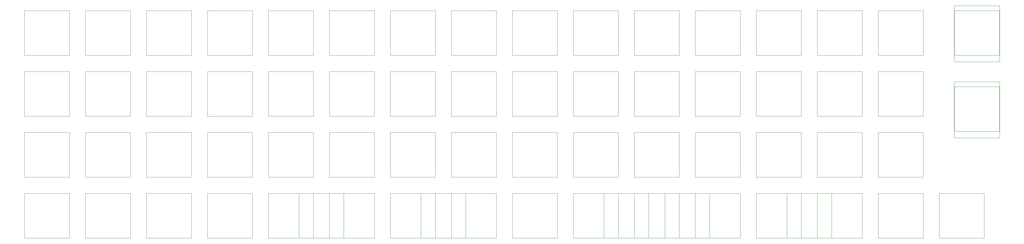
<source format=gbr>
G04 #@! TF.GenerationSoftware,KiCad,Pcbnew,8.0.2-1.fc39*
G04 #@! TF.CreationDate,2024-06-01T14:36:52-04:00*
G04 #@! TF.ProjectId,KeychronQ9OrthoIntegrated,4b657963-6872-46f6-9e51-394f7274686f,rev?*
G04 #@! TF.SameCoordinates,Original*
G04 #@! TF.FileFunction,Other,User*
%FSLAX46Y46*%
G04 Gerber Fmt 4.6, Leading zero omitted, Abs format (unit mm)*
G04 Created by KiCad (PCBNEW 8.0.2-1.fc39) date 2024-06-01 14:36:52*
%MOMM*%
%LPD*%
G01*
G04 APERTURE LIST*
%ADD10C,0.050000*%
G04 APERTURE END LIST*
D10*
G04 #@! TO.C,SW2*
X308812500Y-58212500D02*
X308812500Y-40712500D01*
X308812500Y-58212500D02*
X323012500Y-58212500D01*
X323012500Y-40712500D02*
X308812500Y-40712500D01*
X323012500Y-40712500D02*
X323012500Y-58212500D01*
G04 #@! TO.C,SW1*
X308812500Y-34400000D02*
X308812500Y-16900000D01*
X308812500Y-34400000D02*
X323012500Y-34400000D01*
X323012500Y-16900000D02*
X308812500Y-16900000D01*
X323012500Y-16900000D02*
X323012500Y-34400000D01*
G04 #@! TO.C,MX54*
X113650000Y-89550000D02*
X127650000Y-89550000D01*
X127650000Y-75550000D01*
X113650000Y-75550000D01*
X113650000Y-89550000D01*
G04 #@! TO.C,MX9*
X170800000Y-32400000D02*
X184800000Y-32400000D01*
X184800000Y-18400000D01*
X170800000Y-18400000D01*
X170800000Y-32400000D01*
G04 #@! TO.C,MX37*
X94600000Y-70500000D02*
X108600000Y-70500000D01*
X108600000Y-56500000D01*
X94600000Y-56500000D01*
X94600000Y-70500000D01*
G04 #@! TO.C,MX20*
X75550000Y-51450000D02*
X89550000Y-51450000D01*
X89550000Y-37450000D01*
X75550000Y-37450000D01*
X75550000Y-51450000D01*
G04 #@! TO.C,MX49*
X37450000Y-89550000D02*
X51450000Y-89550000D01*
X51450000Y-75550000D01*
X37450000Y-75550000D01*
X37450000Y-89550000D01*
G04 #@! TO.C,MX36*
X75550000Y-70500000D02*
X89550000Y-70500000D01*
X89550000Y-56500000D01*
X75550000Y-56500000D01*
X75550000Y-70500000D01*
G04 #@! TO.C,MX16*
X308912500Y-32400000D02*
X322912500Y-32400000D01*
X322912500Y-18400000D01*
X308912500Y-18400000D01*
X308912500Y-32400000D01*
G04 #@! TO.C,MX5*
X94600000Y-32400000D02*
X108600000Y-32400000D01*
X108600000Y-18400000D01*
X94600000Y-18400000D01*
X94600000Y-32400000D01*
G04 #@! TO.C,MX35*
X56500000Y-70500000D02*
X70500000Y-70500000D01*
X70500000Y-56500000D01*
X56500000Y-56500000D01*
X56500000Y-70500000D01*
G04 #@! TO.C,MX59*
X208900000Y-89550000D02*
X222900000Y-89550000D01*
X222900000Y-75550000D01*
X208900000Y-75550000D01*
X208900000Y-89550000D01*
G04 #@! TO.C,MX30*
X266050000Y-51450000D02*
X280050000Y-51450000D01*
X280050000Y-37450000D01*
X266050000Y-37450000D01*
X266050000Y-51450000D01*
G04 #@! TO.C,MX44*
X227950000Y-70500000D02*
X241950000Y-70500000D01*
X241950000Y-56500000D01*
X227950000Y-56500000D01*
X227950000Y-70500000D01*
G04 #@! TO.C,MX50*
X56500000Y-89550000D02*
X70500000Y-89550000D01*
X70500000Y-75550000D01*
X56500000Y-75550000D01*
X56500000Y-89550000D01*
G04 #@! TO.C,MX56*
X151750000Y-89550000D02*
X165750000Y-89550000D01*
X165750000Y-75550000D01*
X151750000Y-75550000D01*
X151750000Y-89550000D01*
G04 #@! TO.C,MX47*
X285100000Y-70500000D02*
X299100000Y-70500000D01*
X299100000Y-56500000D01*
X285100000Y-56500000D01*
X285100000Y-70500000D01*
G04 #@! TO.C,MX42*
X189850000Y-70500000D02*
X203850000Y-70500000D01*
X203850000Y-56500000D01*
X189850000Y-56500000D01*
X189850000Y-70500000D01*
G04 #@! TO.C,MX1*
X18400000Y-32400000D02*
X32400000Y-32400000D01*
X32400000Y-18400000D01*
X18400000Y-18400000D01*
X18400000Y-32400000D01*
G04 #@! TO.C,MX65*
X304150000Y-89550000D02*
X318150000Y-89550000D01*
X318150000Y-75550000D01*
X304150000Y-75550000D01*
X304150000Y-89550000D01*
G04 #@! TO.C,MX40*
X151750000Y-70500000D02*
X165750000Y-70500000D01*
X165750000Y-56500000D01*
X151750000Y-56500000D01*
X151750000Y-70500000D01*
G04 #@! TO.C,MX28*
X227950000Y-51450000D02*
X241950000Y-51450000D01*
X241950000Y-37450000D01*
X227950000Y-37450000D01*
X227950000Y-51450000D01*
G04 #@! TO.C,MX67*
X270524792Y-89550000D02*
X256524792Y-89550000D01*
X256524792Y-75550000D01*
X270524792Y-75550000D01*
X270524792Y-89550000D01*
G04 #@! TO.C,MX63*
X266050000Y-89550000D02*
X280050000Y-89550000D01*
X280050000Y-75550000D01*
X266050000Y-75550000D01*
X266050000Y-89550000D01*
G04 #@! TO.C,MX19*
X56500000Y-51450000D02*
X70500000Y-51450000D01*
X70500000Y-37450000D01*
X56500000Y-37450000D01*
X56500000Y-51450000D01*
G04 #@! TO.C,MX51*
X75550000Y-89550000D02*
X89550000Y-89550000D01*
X89550000Y-75550000D01*
X75550000Y-75550000D01*
X75550000Y-89550000D01*
G04 #@! TO.C,MX31*
X285100000Y-51450000D02*
X299100000Y-51450000D01*
X299100000Y-37450000D01*
X285100000Y-37450000D01*
X285100000Y-51450000D01*
G04 #@! TO.C,MX10*
X189850000Y-32400000D02*
X203850000Y-32400000D01*
X203850000Y-18400000D01*
X189850000Y-18400000D01*
X189850000Y-32400000D01*
G04 #@! TO.C,MX12*
X227950000Y-32400000D02*
X241950000Y-32400000D01*
X241950000Y-18400000D01*
X227950000Y-18400000D01*
X227950000Y-32400000D01*
G04 #@! TO.C,MX23*
X132700000Y-51450000D02*
X146700000Y-51450000D01*
X146700000Y-37450000D01*
X132700000Y-37450000D01*
X132700000Y-51450000D01*
G04 #@! TO.C,MX17*
X18400000Y-51450000D02*
X32400000Y-51450000D01*
X32400000Y-37450000D01*
X18400000Y-37450000D01*
X18400000Y-51450000D01*
G04 #@! TO.C,MX24*
X151750000Y-51450000D02*
X165750000Y-51450000D01*
X165750000Y-37450000D01*
X151750000Y-37450000D01*
X151750000Y-51450000D01*
G04 #@! TO.C,MX27*
X208900000Y-51450000D02*
X222900000Y-51450000D01*
X222900000Y-37450000D01*
X208900000Y-37450000D01*
X208900000Y-51450000D01*
G04 #@! TO.C,MX26*
X189850000Y-51450000D02*
X203850000Y-51450000D01*
X203850000Y-37450000D01*
X189850000Y-37450000D01*
X189850000Y-51450000D01*
G04 #@! TO.C,MX13*
X247000000Y-32400000D02*
X261000000Y-32400000D01*
X261000000Y-18400000D01*
X247000000Y-18400000D01*
X247000000Y-32400000D01*
G04 #@! TO.C,MX53*
X118125000Y-75550000D02*
X104125000Y-75550000D01*
X104125000Y-89550000D01*
X118125000Y-89550000D01*
X118125000Y-75550000D01*
G04 #@! TO.C,MX62*
X247000000Y-89550000D02*
X261000000Y-89550000D01*
X261000000Y-75550000D01*
X247000000Y-75550000D01*
X247000000Y-89550000D01*
G04 #@! TO.C,MX4*
X75550000Y-32400000D02*
X89550000Y-32400000D01*
X89550000Y-18400000D01*
X75550000Y-18400000D01*
X75550000Y-32400000D01*
G04 #@! TO.C,MX43*
X208900000Y-70500000D02*
X222900000Y-70500000D01*
X222900000Y-56500000D01*
X208900000Y-56500000D01*
X208900000Y-70500000D01*
G04 #@! TO.C,MX52*
X94600000Y-89550000D02*
X108600000Y-89550000D01*
X108600000Y-75550000D01*
X94600000Y-75550000D01*
X94600000Y-89550000D01*
G04 #@! TO.C,MX41*
X170800000Y-70500000D02*
X184800000Y-70500000D01*
X184800000Y-56500000D01*
X170800000Y-56500000D01*
X170800000Y-70500000D01*
G04 #@! TO.C,MX15*
X285100000Y-32400000D02*
X299100000Y-32400000D01*
X299100000Y-18400000D01*
X285100000Y-18400000D01*
X285100000Y-32400000D01*
G04 #@! TO.C,MX57*
X170800000Y-89550000D02*
X184800000Y-89550000D01*
X184800000Y-75550000D01*
X170800000Y-75550000D01*
X170800000Y-89550000D01*
G04 #@! TO.C,MX38*
X113650000Y-70500000D02*
X127650000Y-70500000D01*
X127650000Y-56500000D01*
X113650000Y-56500000D01*
X113650000Y-70500000D01*
G04 #@! TO.C,MX66*
X156225000Y-89550000D02*
X142225000Y-89550000D01*
X142225000Y-75550000D01*
X156225000Y-75550000D01*
X156225000Y-89550000D01*
G04 #@! TO.C,MX14*
X266050000Y-32400000D02*
X280050000Y-32400000D01*
X280050000Y-18400000D01*
X266050000Y-18400000D01*
X266050000Y-32400000D01*
G04 #@! TO.C,MX11*
X208900000Y-32400000D02*
X222900000Y-32400000D01*
X222900000Y-18400000D01*
X208900000Y-18400000D01*
X208900000Y-32400000D01*
G04 #@! TO.C,MX48*
X18400000Y-89550000D02*
X32400000Y-89550000D01*
X32400000Y-75550000D01*
X18400000Y-75550000D01*
X18400000Y-89550000D01*
G04 #@! TO.C,MX21*
X94600000Y-51450000D02*
X108600000Y-51450000D01*
X108600000Y-37450000D01*
X94600000Y-37450000D01*
X94600000Y-51450000D01*
G04 #@! TO.C,MX25*
X170800000Y-51450000D02*
X184800000Y-51450000D01*
X184800000Y-37450000D01*
X170800000Y-37450000D01*
X170800000Y-51450000D01*
G04 #@! TO.C,MX32*
X308912500Y-56212500D02*
X322912500Y-56212500D01*
X322912500Y-42212500D01*
X308912500Y-42212500D01*
X308912500Y-56212500D01*
G04 #@! TO.C,MX22*
X113650000Y-51450000D02*
X127650000Y-51450000D01*
X127650000Y-37450000D01*
X113650000Y-37450000D01*
X113650000Y-51450000D01*
G04 #@! TO.C,MX46*
X266050000Y-70500000D02*
X280050000Y-70500000D01*
X280050000Y-56500000D01*
X266050000Y-56500000D01*
X266050000Y-70500000D01*
G04 #@! TO.C,MX39*
X132700000Y-70500000D02*
X146700000Y-70500000D01*
X146700000Y-56500000D01*
X132700000Y-56500000D01*
X132700000Y-70500000D01*
G04 #@! TO.C,MX29*
X247000000Y-51450000D02*
X261000000Y-51450000D01*
X261000000Y-37450000D01*
X247000000Y-37450000D01*
X247000000Y-51450000D01*
G04 #@! TO.C,MX61*
X227950000Y-89550000D02*
X241950000Y-89550000D01*
X241950000Y-75550000D01*
X227950000Y-75550000D01*
X227950000Y-89550000D01*
G04 #@! TO.C,MX33*
X18400000Y-70500000D02*
X32400000Y-70500000D01*
X32400000Y-56500000D01*
X18400000Y-56500000D01*
X18400000Y-70500000D01*
G04 #@! TO.C,MX34*
X37450000Y-70500000D02*
X51450000Y-70500000D01*
X51450000Y-56500000D01*
X37450000Y-56500000D01*
X37450000Y-70500000D01*
G04 #@! TO.C,MX45*
X247000000Y-70500000D02*
X261000000Y-70500000D01*
X261000000Y-56500000D01*
X247000000Y-56500000D01*
X247000000Y-70500000D01*
G04 #@! TO.C,MX68*
X213375000Y-89550000D02*
X199375000Y-89550000D01*
X199375000Y-75550000D01*
X213375000Y-75550000D01*
X213375000Y-89550000D01*
G04 #@! TO.C,MX64*
X285100000Y-89550000D02*
X299100000Y-89550000D01*
X299100000Y-75550000D01*
X285100000Y-75550000D01*
X285100000Y-89550000D01*
G04 #@! TO.C,MX18*
X37450000Y-51450000D02*
X51450000Y-51450000D01*
X51450000Y-37450000D01*
X37450000Y-37450000D01*
X37450000Y-51450000D01*
G04 #@! TO.C,MX55*
X132700000Y-89550000D02*
X146700000Y-89550000D01*
X146700000Y-75550000D01*
X132700000Y-75550000D01*
X132700000Y-89550000D01*
G04 #@! TO.C,MX60*
X232425000Y-75550000D02*
X218425000Y-75550000D01*
X218425000Y-89550000D01*
X232425000Y-89550000D01*
X232425000Y-75550000D01*
G04 #@! TO.C,MX2*
X37450000Y-32400000D02*
X51450000Y-32400000D01*
X51450000Y-18400000D01*
X37450000Y-18400000D01*
X37450000Y-32400000D01*
G04 #@! TO.C,MX58*
X189850000Y-89550000D02*
X203850000Y-89550000D01*
X203850000Y-75550000D01*
X189850000Y-75550000D01*
X189850000Y-89550000D01*
G04 #@! TO.C,MX6*
X113650000Y-32400000D02*
X127650000Y-32400000D01*
X127650000Y-18400000D01*
X113650000Y-18400000D01*
X113650000Y-32400000D01*
G04 #@! TO.C,MX8*
X151750000Y-32400000D02*
X165750000Y-32400000D01*
X165750000Y-18400000D01*
X151750000Y-18400000D01*
X151750000Y-32400000D01*
G04 #@! TO.C,MX7*
X132700000Y-32400000D02*
X146700000Y-32400000D01*
X146700000Y-18400000D01*
X132700000Y-18400000D01*
X132700000Y-32400000D01*
G04 #@! TO.C,MX3*
X56500000Y-32400000D02*
X70500000Y-32400000D01*
X70500000Y-18400000D01*
X56500000Y-18400000D01*
X56500000Y-32400000D01*
G04 #@! TD*
M02*

</source>
